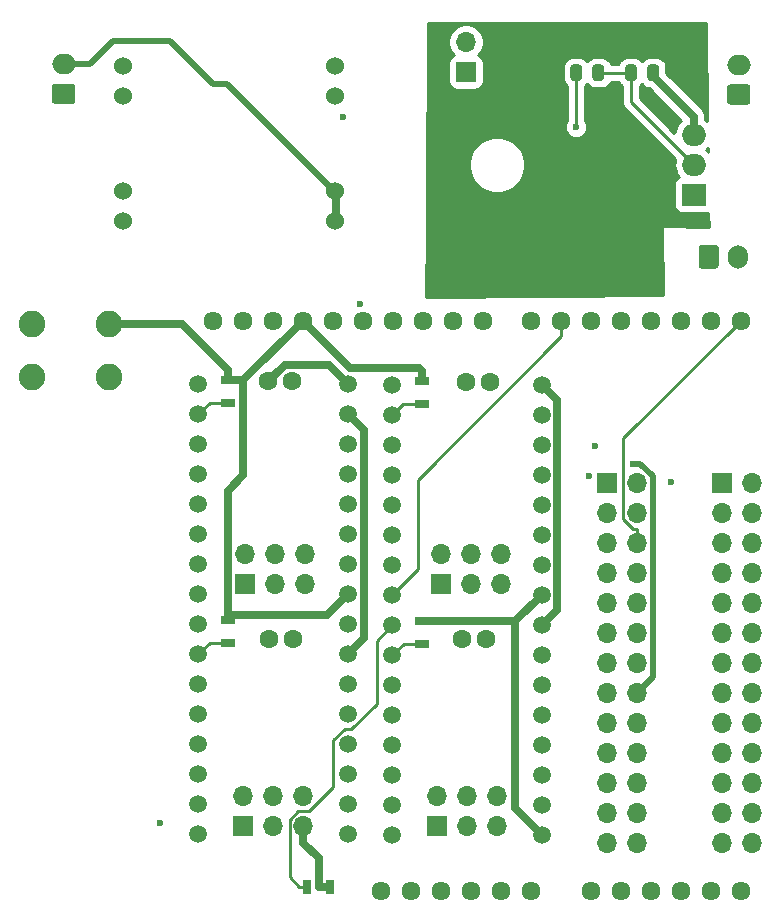
<source format=gtl>
%TF.GenerationSoftware,KiCad,Pcbnew,5.1.6-c6e7f7d~87~ubuntu20.04.1*%
%TF.CreationDate,2021-10-29T23:24:48+02:00*%
%TF.ProjectId,sb-cnc-shield,73622d63-6e63-42d7-9368-69656c642e6b,rev?*%
%TF.SameCoordinates,Original*%
%TF.FileFunction,Copper,L1,Top*%
%TF.FilePolarity,Positive*%
%FSLAX46Y46*%
G04 Gerber Fmt 4.6, Leading zero omitted, Abs format (unit mm)*
G04 Created by KiCad (PCBNEW 5.1.6-c6e7f7d~87~ubuntu20.04.1) date 2021-10-29 23:24:48*
%MOMM*%
%LPD*%
G01*
G04 APERTURE LIST*
%TA.AperFunction,ComponentPad*%
%ADD10O,2.000000X1.700000*%
%TD*%
%TA.AperFunction,ComponentPad*%
%ADD11C,1.610000*%
%TD*%
%TA.AperFunction,ComponentPad*%
%ADD12C,2.250000*%
%TD*%
%TA.AperFunction,ComponentPad*%
%ADD13C,1.510000*%
%TD*%
%TA.AperFunction,SMDPad,CuDef*%
%ADD14R,1.300000X0.700000*%
%TD*%
%TA.AperFunction,SMDPad,CuDef*%
%ADD15R,0.700000X1.300000*%
%TD*%
%TA.AperFunction,ComponentPad*%
%ADD16C,1.600000*%
%TD*%
%TA.AperFunction,ComponentPad*%
%ADD17R,1.700000X1.700000*%
%TD*%
%TA.AperFunction,ComponentPad*%
%ADD18O,1.700000X1.700000*%
%TD*%
%TA.AperFunction,ComponentPad*%
%ADD19R,2.000000X1.905000*%
%TD*%
%TA.AperFunction,ComponentPad*%
%ADD20O,2.000000X1.905000*%
%TD*%
%TA.AperFunction,ComponentPad*%
%ADD21O,1.700000X2.000000*%
%TD*%
%TA.AperFunction,ComponentPad*%
%ADD22C,1.524000*%
%TD*%
%TA.AperFunction,ViaPad*%
%ADD23C,0.600000*%
%TD*%
%TA.AperFunction,Conductor*%
%ADD24C,0.700000*%
%TD*%
%TA.AperFunction,Conductor*%
%ADD25C,0.250000*%
%TD*%
%TA.AperFunction,Conductor*%
%ADD26C,0.500000*%
%TD*%
%TA.AperFunction,NonConductor*%
%ADD27C,0.254000*%
%TD*%
G04 APERTURE END LIST*
%TO.P,pi_5V1,1*%
%TO.N,GND*%
%TA.AperFunction,ComponentPad*%
G36*
G01*
X120790000Y-50583200D02*
X119290000Y-50583200D01*
G75*
G02*
X119040000Y-50333200I0J250000D01*
G01*
X119040000Y-49133200D01*
G75*
G02*
X119290000Y-48883200I250000J0D01*
G01*
X120790000Y-48883200D01*
G75*
G02*
X121040000Y-49133200I0J-250000D01*
G01*
X121040000Y-50333200D01*
G75*
G02*
X120790000Y-50583200I-250000J0D01*
G01*
G37*
%TD.AperFunction*%
D10*
%TO.P,pi_5V1,2*%
%TO.N,5V_pi*%
X120040000Y-47233200D03*
%TD*%
D11*
%TO.P,U1,17*%
%TO.N,SCL*%
X177358000Y-117180000D03*
%TO.P,U1,18*%
%TO.N,SDA*%
X174818000Y-117180000D03*
%TO.P,U1,19*%
%TO.N,laser_cmd*%
X172278000Y-117180000D03*
%TO.P,U1,22*%
%TO.N,O_led*%
X164658000Y-117180000D03*
%TO.P,U1,21*%
%TO.N,O_sig*%
X167198000Y-117180000D03*
%TO.P,U1,20*%
%TO.N,B_led*%
X169738000Y-117180000D03*
%TO.P,U1,23*%
%TO.N,Net-(U1-Pad23)*%
X159578000Y-117180000D03*
%TO.P,U1,24*%
%TO.N,GND*%
X157038000Y-117180000D03*
%TO.P,U1,25*%
X154498000Y-117180000D03*
%TO.P,U1,27*%
%TO.N,+3V3*%
X149418000Y-117180000D03*
%TO.P,U1,28*%
%TO.N,RESET*%
X146878000Y-117180000D03*
%TO.P,U1,1*%
%TO.N,DC*%
X177358000Y-68920000D03*
%TO.P,U1,2*%
%TO.N,res*%
X174818000Y-68920000D03*
%TO.P,U1,3*%
%TO.N,XSTEP*%
X172278000Y-68920000D03*
%TO.P,U1,4*%
%TO.N,YSTEP*%
X169738000Y-68920000D03*
%TO.P,U1,5*%
%TO.N,ZSTEP*%
X167198000Y-68920000D03*
%TO.P,U1,6*%
%TO.N,XDIR*%
X164658000Y-68920000D03*
%TO.P,U1,7*%
%TO.N,YDIR*%
X162118000Y-68920000D03*
%TO.P,U1,8*%
%TO.N,ZDIR*%
X159578000Y-68920000D03*
%TO.P,U1,9*%
%TO.N,EN*%
X155514000Y-68920000D03*
%TO.P,U1,10*%
%TO.N,XLIMIT*%
X152974000Y-68920000D03*
%TO.P,U1,11*%
%TO.N,YLIMIT*%
X150434000Y-68920000D03*
%TO.P,U1,12*%
%TO.N,SPIN_EN*%
X147894000Y-68920000D03*
%TO.P,U1,13*%
%TO.N,ZLIMIT*%
X145354000Y-68920000D03*
%TO.P,U1,14*%
%TO.N,SPIN_DIR*%
X142814000Y-68920000D03*
%TO.P,U1,15*%
%TO.N,GND*%
X140274000Y-68920000D03*
%TO.P,U1,16*%
%TO.N,Net-(U1-Pad16)*%
X137734000Y-68920000D03*
%TO.P,U1,26*%
%TO.N,+5V*%
X151958000Y-117180000D03*
%TO.P,U1,29*%
%TO.N,_SDA_*%
X135194000Y-68920000D03*
%TO.P,U1,30*%
%TO.N,_SCL_*%
X132654000Y-68920000D03*
%TD*%
D12*
%TO.P,SW1,3*%
%TO.N,RESET*%
X117348000Y-73689600D03*
%TO.P,SW1,4*%
X123848000Y-73689600D03*
%TO.P,SW1,1*%
%TO.N,GND*%
X117348000Y-69189600D03*
%TO.P,SW1,2*%
X123848000Y-69189600D03*
%TD*%
D13*
%TO.P,U2,1*%
%TO.N,EN*%
X131445000Y-74295000D03*
%TO.P,U2,2*%
%TO.N,Net-(MSX1-Pad2)*%
X131445000Y-76835000D03*
%TO.P,U2,3*%
%TO.N,Net-(MSX1-Pad4)*%
X131445000Y-79375000D03*
%TO.P,U2,4*%
%TO.N,Net-(MSX1-Pad6)*%
X131445000Y-81915000D03*
%TO.P,U2,5*%
%TO.N,Net-(U2-Pad5)*%
X131445000Y-84455000D03*
%TO.P,U2,6*%
X131445000Y-86995000D03*
%TO.P,U2,7*%
%TO.N,XSTEP*%
X131445000Y-89535000D03*
%TO.P,U2,8*%
%TO.N,XDIR*%
X131445000Y-92075000D03*
%TO.P,U2,9*%
%TO.N,GND*%
X144145000Y-92075000D03*
%TO.P,U2,10*%
%TO.N,+5V*%
X144145000Y-89535000D03*
%TO.P,U2,11*%
%TO.N,x1B*%
X144145000Y-86995000D03*
%TO.P,U2,12*%
%TO.N,x1A*%
X144145000Y-84455000D03*
%TO.P,U2,13*%
%TO.N,x2A*%
X144145000Y-81915000D03*
%TO.P,U2,14*%
%TO.N,x2B*%
X144145000Y-79375000D03*
%TO.P,U2,15*%
%TO.N,GNDA*%
X144145000Y-76835000D03*
%TO.P,U2,16*%
%TO.N,VIN*%
X144145000Y-74295000D03*
%TD*%
%TO.P,U4,1*%
%TO.N,EN*%
X131445000Y-94615000D03*
%TO.P,U4,2*%
%TO.N,Net-(MSZ1-Pad2)*%
X131445000Y-97155000D03*
%TO.P,U4,3*%
%TO.N,Net-(MSZ1-Pad4)*%
X131445000Y-99695000D03*
%TO.P,U4,4*%
%TO.N,Net-(MSZ1-Pad6)*%
X131445000Y-102235000D03*
%TO.P,U4,5*%
%TO.N,Net-(U4-Pad5)*%
X131445000Y-104775000D03*
%TO.P,U4,6*%
X131445000Y-107315000D03*
%TO.P,U4,7*%
%TO.N,ZSTEP*%
X131445000Y-109855000D03*
%TO.P,U4,8*%
%TO.N,ZDIR*%
X131445000Y-112395000D03*
%TO.P,U4,9*%
%TO.N,GND*%
X144145000Y-112395000D03*
%TO.P,U4,10*%
%TO.N,+5V*%
X144145000Y-109855000D03*
%TO.P,U4,11*%
%TO.N,z1B*%
X144145000Y-107315000D03*
%TO.P,U4,12*%
%TO.N,z1A*%
X144145000Y-104775000D03*
%TO.P,U4,13*%
%TO.N,z2A*%
X144145000Y-102235000D03*
%TO.P,U4,14*%
%TO.N,z2B*%
X144145000Y-99695000D03*
%TO.P,U4,15*%
%TO.N,GNDA*%
X144145000Y-97155000D03*
%TO.P,U4,16*%
%TO.N,VIN*%
X144145000Y-94615000D03*
%TD*%
%TO.P,U5,1*%
%TO.N,EN*%
X147879000Y-94691200D03*
%TO.P,U5,2*%
%TO.N,Net-(MSA1-Pad2)*%
X147879000Y-97231200D03*
%TO.P,U5,3*%
%TO.N,Net-(MSA1-Pad4)*%
X147879000Y-99771200D03*
%TO.P,U5,4*%
%TO.N,Net-(MSA1-Pad6)*%
X147879000Y-102311200D03*
%TO.P,U5,5*%
%TO.N,Net-(U5-Pad5)*%
X147879000Y-104851200D03*
%TO.P,U5,6*%
X147879000Y-107391200D03*
%TO.P,U5,7*%
%TO.N,SPIN_EN*%
X147879000Y-109931200D03*
%TO.P,U5,8*%
%TO.N,SPIN_DIR*%
X147879000Y-112471200D03*
%TO.P,U5,9*%
%TO.N,GND*%
X160579000Y-112471200D03*
%TO.P,U5,10*%
%TO.N,+5V*%
X160579000Y-109931200D03*
%TO.P,U5,11*%
%TO.N,a1B*%
X160579000Y-107391200D03*
%TO.P,U5,12*%
%TO.N,a1A*%
X160579000Y-104851200D03*
%TO.P,U5,13*%
%TO.N,a2A*%
X160579000Y-102311200D03*
%TO.P,U5,14*%
%TO.N,a2B*%
X160579000Y-99771200D03*
%TO.P,U5,15*%
%TO.N,GNDA*%
X160579000Y-97231200D03*
%TO.P,U5,16*%
%TO.N,VIN*%
X160579000Y-94691200D03*
%TD*%
%TO.P,U3,1*%
%TO.N,EN*%
X147803000Y-74371200D03*
%TO.P,U3,2*%
%TO.N,Net-(MSY1-Pad2)*%
X147803000Y-76911200D03*
%TO.P,U3,3*%
%TO.N,Net-(MSY1-Pad4)*%
X147803000Y-79451200D03*
%TO.P,U3,4*%
%TO.N,Net-(MSY1-Pad6)*%
X147803000Y-81991200D03*
%TO.P,U3,5*%
%TO.N,Net-(U3-Pad5)*%
X147803000Y-84531200D03*
%TO.P,U3,6*%
X147803000Y-87071200D03*
%TO.P,U3,7*%
%TO.N,YSTEP*%
X147803000Y-89611200D03*
%TO.P,U3,8*%
%TO.N,YDIR*%
X147803000Y-92151200D03*
%TO.P,U3,9*%
%TO.N,GND*%
X160503000Y-92151200D03*
%TO.P,U3,10*%
%TO.N,+5V*%
X160503000Y-89611200D03*
%TO.P,U3,11*%
%TO.N,y1B*%
X160503000Y-87071200D03*
%TO.P,U3,12*%
%TO.N,y1A*%
X160503000Y-84531200D03*
%TO.P,U3,13*%
%TO.N,y2A*%
X160503000Y-81991200D03*
%TO.P,U3,14*%
%TO.N,y2B*%
X160503000Y-79451200D03*
%TO.P,U3,15*%
%TO.N,GNDA*%
X160503000Y-76911200D03*
%TO.P,U3,16*%
%TO.N,VIN*%
X160503000Y-74371200D03*
%TD*%
D14*
%TO.P,R1,1*%
%TO.N,Net-(MSX1-Pad2)*%
X133985000Y-75880000D03*
%TO.P,R1,2*%
%TO.N,GND*%
X133985000Y-73980000D03*
%TD*%
%TO.P,R2,1*%
%TO.N,Net-(MSY1-Pad2)*%
X150343000Y-75956200D03*
%TO.P,R2,2*%
%TO.N,GND*%
X150343000Y-74056200D03*
%TD*%
%TO.P,R3,1*%
%TO.N,Net-(MSZ1-Pad2)*%
X133985000Y-96200000D03*
%TO.P,R3,2*%
%TO.N,GND*%
X133985000Y-94300000D03*
%TD*%
%TO.P,R4,1*%
%TO.N,Net-(MSA1-Pad2)*%
X150419000Y-96276200D03*
%TO.P,R4,2*%
%TO.N,GND*%
X150419000Y-94376200D03*
%TD*%
D15*
%TO.P,R5,1*%
%TO.N,+5V*%
X142555000Y-116891000D03*
%TO.P,R5,2*%
%TO.N,EN*%
X140655000Y-116891000D03*
%TD*%
D16*
%TO.P,C1,1*%
%TO.N,VIN*%
X137368000Y-74046100D03*
%TO.P,C1,2*%
%TO.N,GNDA*%
X139368000Y-74046100D03*
%TD*%
%TO.P,C2,2*%
%TO.N,GNDA*%
X156122000Y-74117200D03*
%TO.P,C2,1*%
%TO.N,VIN*%
X154122000Y-74117200D03*
%TD*%
%TO.P,C3,1*%
%TO.N,VIN*%
X137464000Y-95844400D03*
%TO.P,C3,2*%
%TO.N,GNDA*%
X139464000Y-95844400D03*
%TD*%
%TO.P,C4,2*%
%TO.N,GNDA*%
X155766000Y-95844400D03*
%TO.P,C4,1*%
%TO.N,VIN*%
X153766000Y-95844400D03*
%TD*%
D17*
%TO.P,P10,1*%
%TO.N,VIN*%
X154102000Y-47879000D03*
D18*
%TO.P,P10,2*%
%TO.N,VIN_*%
X154102000Y-45339000D03*
%TD*%
D19*
%TO.P,Q0,1*%
%TO.N,/D*%
X173380000Y-58267600D03*
D20*
%TO.P,Q0,2*%
%TO.N,/G*%
X173380000Y-55727600D03*
%TO.P,Q0,3*%
%TO.N,GND*%
X173380000Y-53187600D03*
%TD*%
%TO.P,R6,2*%
%TO.N,GND*%
%TA.AperFunction,SMDPad,CuDef*%
G36*
G01*
X169462000Y-48386050D02*
X169462000Y-47473550D01*
G75*
G02*
X169705750Y-47229800I243750J0D01*
G01*
X170193250Y-47229800D01*
G75*
G02*
X170437000Y-47473550I0J-243750D01*
G01*
X170437000Y-48386050D01*
G75*
G02*
X170193250Y-48629800I-243750J0D01*
G01*
X169705750Y-48629800D01*
G75*
G02*
X169462000Y-48386050I0J243750D01*
G01*
G37*
%TD.AperFunction*%
%TO.P,R6,1*%
%TO.N,/G*%
%TA.AperFunction,SMDPad,CuDef*%
G36*
G01*
X167587000Y-48386050D02*
X167587000Y-47473550D01*
G75*
G02*
X167830750Y-47229800I243750J0D01*
G01*
X168318250Y-47229800D01*
G75*
G02*
X168562000Y-47473550I0J-243750D01*
G01*
X168562000Y-48386050D01*
G75*
G02*
X168318250Y-48629800I-243750J0D01*
G01*
X167830750Y-48629800D01*
G75*
G02*
X167587000Y-48386050I0J243750D01*
G01*
G37*
%TD.AperFunction*%
%TD*%
%TO.P,R7,1*%
%TO.N,SDA*%
%TA.AperFunction,SMDPad,CuDef*%
G36*
G01*
X162938000Y-48386050D02*
X162938000Y-47473550D01*
G75*
G02*
X163181750Y-47229800I243750J0D01*
G01*
X163669250Y-47229800D01*
G75*
G02*
X163913000Y-47473550I0J-243750D01*
G01*
X163913000Y-48386050D01*
G75*
G02*
X163669250Y-48629800I-243750J0D01*
G01*
X163181750Y-48629800D01*
G75*
G02*
X162938000Y-48386050I0J243750D01*
G01*
G37*
%TD.AperFunction*%
%TO.P,R7,2*%
%TO.N,/G*%
%TA.AperFunction,SMDPad,CuDef*%
G36*
G01*
X164813000Y-48386050D02*
X164813000Y-47473550D01*
G75*
G02*
X165056750Y-47229800I243750J0D01*
G01*
X165544250Y-47229800D01*
G75*
G02*
X165788000Y-47473550I0J-243750D01*
G01*
X165788000Y-48386050D01*
G75*
G02*
X165544250Y-48629800I-243750J0D01*
G01*
X165056750Y-48629800D01*
G75*
G02*
X164813000Y-48386050I0J243750D01*
G01*
G37*
%TD.AperFunction*%
%TD*%
%TO.P,l_pwr1,1*%
%TO.N,GND*%
%TA.AperFunction,ComponentPad*%
G36*
G01*
X177940400Y-50634000D02*
X176440400Y-50634000D01*
G75*
G02*
X176190400Y-50384000I0J250000D01*
G01*
X176190400Y-49184000D01*
G75*
G02*
X176440400Y-48934000I250000J0D01*
G01*
X177940400Y-48934000D01*
G75*
G02*
X178190400Y-49184000I0J-250000D01*
G01*
X178190400Y-50384000D01*
G75*
G02*
X177940400Y-50634000I-250000J0D01*
G01*
G37*
%TD.AperFunction*%
D10*
%TO.P,l_pwr1,2*%
%TO.N,VIN*%
X177190400Y-47284000D03*
%TD*%
D21*
%TO.P,Pump1,2*%
%TO.N,/D*%
X177150000Y-63525400D03*
%TO.P,Pump1,1*%
%TO.N,VIN*%
%TA.AperFunction,ComponentPad*%
G36*
G01*
X173800000Y-64275400D02*
X173800000Y-62775400D01*
G75*
G02*
X174050000Y-62525400I250000J0D01*
G01*
X175250000Y-62525400D01*
G75*
G02*
X175500000Y-62775400I0J-250000D01*
G01*
X175500000Y-64275400D01*
G75*
G02*
X175250000Y-64525400I-250000J0D01*
G01*
X174050000Y-64525400D01*
G75*
G02*
X173800000Y-64275400I0J250000D01*
G01*
G37*
%TD.AperFunction*%
%TD*%
D17*
%TO.P,conn26_1,1*%
%TO.N,+5V*%
X166030000Y-82651600D03*
D18*
%TO.P,conn26_1,2*%
%TO.N,GND*%
X168570000Y-82651600D03*
%TO.P,conn26_1,3*%
%TO.N,_SCL_*%
X166030000Y-85191600D03*
%TO.P,conn26_1,4*%
%TO.N,_SDA_*%
X168570000Y-85191600D03*
%TO.P,conn26_1,5*%
%TO.N,+5V*%
X166030000Y-87731600D03*
%TO.P,conn26_1,6*%
%TO.N,DC*%
X168570000Y-87731600D03*
%TO.P,conn26_1,7*%
%TO.N,res*%
X166030000Y-90271600D03*
%TO.P,conn26_1,8*%
%TO.N,GND*%
X168570000Y-90271600D03*
%TO.P,conn26_1,9*%
%TO.N,y2B*%
X166030000Y-92811600D03*
%TO.P,conn26_1,10*%
%TO.N,x2B*%
X168570000Y-92811600D03*
%TO.P,conn26_1,11*%
%TO.N,y2A*%
X166030000Y-95351600D03*
%TO.P,conn26_1,12*%
%TO.N,x2A*%
X168570000Y-95351600D03*
%TO.P,conn26_1,13*%
%TO.N,y1A*%
X166030000Y-97891600D03*
%TO.P,conn26_1,14*%
%TO.N,x1A*%
X168570000Y-97891600D03*
%TO.P,conn26_1,15*%
%TO.N,y1B*%
X166030000Y-100431600D03*
%TO.P,conn26_1,16*%
%TO.N,x1B*%
X168570000Y-100431600D03*
%TO.P,conn26_1,17*%
%TO.N,a2B*%
X166030000Y-102971600D03*
%TO.P,conn26_1,18*%
%TO.N,z2B*%
X168570000Y-102971600D03*
%TO.P,conn26_1,19*%
%TO.N,a2A*%
X166030000Y-105511600D03*
%TO.P,conn26_1,20*%
%TO.N,z2A*%
X168570000Y-105511600D03*
%TO.P,conn26_1,21*%
%TO.N,a1A*%
X166030000Y-108051600D03*
%TO.P,conn26_1,22*%
%TO.N,z1A*%
X168570000Y-108051600D03*
%TO.P,conn26_1,23*%
%TO.N,a1B*%
X166030000Y-110591600D03*
%TO.P,conn26_1,24*%
%TO.N,z1A*%
X168570000Y-110591600D03*
%TO.P,conn26_1,25*%
%TO.N,Net-(conn26_1-Pad25)*%
X166030000Y-113131600D03*
%TO.P,conn26_1,26*%
%TO.N,Net-(conn26_1-Pad26)*%
X168570000Y-113131600D03*
%TD*%
D17*
%TO.P,conn26_0,1*%
%TO.N,ZLIMIT*%
X175743000Y-82651600D03*
D18*
%TO.P,conn26_0,2*%
%TO.N,GND*%
X178283000Y-82651600D03*
%TO.P,conn26_0,3*%
%TO.N,ZLIMIT*%
X175743000Y-85191600D03*
%TO.P,conn26_0,4*%
%TO.N,GND*%
X178283000Y-85191600D03*
%TO.P,conn26_0,5*%
%TO.N,YLIMIT*%
X175743000Y-87731600D03*
%TO.P,conn26_0,6*%
%TO.N,GND*%
X178283000Y-87731600D03*
%TO.P,conn26_0,7*%
%TO.N,YLIMIT*%
X175743000Y-90271600D03*
%TO.P,conn26_0,8*%
%TO.N,GND*%
X178283000Y-90271600D03*
%TO.P,conn26_0,9*%
%TO.N,XLIMIT*%
X175743000Y-92811600D03*
%TO.P,conn26_0,10*%
%TO.N,GND*%
X178283000Y-92811600D03*
%TO.P,conn26_0,11*%
%TO.N,XLIMIT*%
X175743000Y-95351600D03*
%TO.P,conn26_0,12*%
%TO.N,GND*%
X178283000Y-95351600D03*
%TO.P,conn26_0,13*%
%TO.N,SPIN_EN*%
X175743000Y-97891600D03*
%TO.P,conn26_0,14*%
%TO.N,GND*%
X178283000Y-97891600D03*
%TO.P,conn26_0,15*%
%TO.N,SPIN_DIR*%
X175743000Y-100431600D03*
%TO.P,conn26_0,16*%
%TO.N,GND*%
X178283000Y-100431600D03*
%TO.P,conn26_0,17*%
%TO.N,laser_cmd*%
X175743000Y-102971600D03*
%TO.P,conn26_0,18*%
%TO.N,GND*%
X178283000Y-102971600D03*
%TO.P,conn26_0,19*%
%TO.N,O_led*%
X175743000Y-105511600D03*
%TO.P,conn26_0,20*%
%TO.N,GND*%
X178283000Y-105511600D03*
%TO.P,conn26_0,21*%
%TO.N,O_sig*%
X175743000Y-108051600D03*
%TO.P,conn26_0,22*%
%TO.N,GND*%
X178283000Y-108051600D03*
%TO.P,conn26_0,23*%
%TO.N,B_led*%
X175743000Y-110591600D03*
%TO.P,conn26_0,24*%
%TO.N,GND*%
X178283000Y-110591600D03*
%TO.P,conn26_0,25*%
%TO.N,RESET*%
X175743000Y-113131600D03*
%TO.P,conn26_0,26*%
%TO.N,GND*%
X178283000Y-113131600D03*
%TD*%
D17*
%TO.P,MSA1,1*%
%TO.N,+5V*%
X151613000Y-111709000D03*
D18*
%TO.P,MSA1,2*%
%TO.N,Net-(MSA1-Pad2)*%
X151613000Y-109169000D03*
%TO.P,MSA1,3*%
%TO.N,+5V*%
X154153000Y-111709000D03*
%TO.P,MSA1,4*%
%TO.N,Net-(MSA1-Pad4)*%
X154153000Y-109169000D03*
%TO.P,MSA1,5*%
%TO.N,+5V*%
X156693000Y-111709000D03*
%TO.P,MSA1,6*%
%TO.N,Net-(MSA1-Pad6)*%
X156693000Y-109169000D03*
%TD*%
D17*
%TO.P,MSY1,1*%
%TO.N,+5V*%
X151968000Y-91211400D03*
D18*
%TO.P,MSY1,2*%
%TO.N,Net-(MSY1-Pad2)*%
X151968000Y-88671400D03*
%TO.P,MSY1,3*%
%TO.N,+5V*%
X154508000Y-91211400D03*
%TO.P,MSY1,4*%
%TO.N,Net-(MSY1-Pad4)*%
X154508000Y-88671400D03*
%TO.P,MSY1,5*%
%TO.N,+5V*%
X157048000Y-91211400D03*
%TO.P,MSY1,6*%
%TO.N,Net-(MSY1-Pad6)*%
X157048000Y-88671400D03*
%TD*%
%TO.P,MSZ1,6*%
%TO.N,Net-(MSZ1-Pad6)*%
X140335000Y-109195000D03*
%TO.P,MSZ1,5*%
%TO.N,+5V*%
X140335000Y-111735000D03*
%TO.P,MSZ1,4*%
%TO.N,Net-(MSZ1-Pad4)*%
X137795000Y-109195000D03*
%TO.P,MSZ1,3*%
%TO.N,+5V*%
X137795000Y-111735000D03*
%TO.P,MSZ1,2*%
%TO.N,Net-(MSZ1-Pad2)*%
X135255000Y-109195000D03*
D17*
%TO.P,MSZ1,1*%
%TO.N,+5V*%
X135255000Y-111735000D03*
%TD*%
%TO.P,MSX1,1*%
%TO.N,+5V*%
X135357000Y-91211400D03*
D18*
%TO.P,MSX1,2*%
%TO.N,Net-(MSX1-Pad2)*%
X135357000Y-88671400D03*
%TO.P,MSX1,3*%
%TO.N,+5V*%
X137897000Y-91211400D03*
%TO.P,MSX1,4*%
%TO.N,Net-(MSX1-Pad4)*%
X137897000Y-88671400D03*
%TO.P,MSX1,5*%
%TO.N,+5V*%
X140437000Y-91211400D03*
%TO.P,MSX1,6*%
%TO.N,Net-(MSX1-Pad6)*%
X140437000Y-88671400D03*
%TD*%
D22*
%TO.P,MP1584EN_DC-DC1,8*%
%TO.N,GND*%
X143035800Y-47384200D03*
%TO.P,MP1584EN_DC-DC1,7*%
X143035800Y-49924200D03*
%TO.P,MP1584EN_DC-DC1,6*%
%TO.N,5V_pi*%
X143035800Y-57924200D03*
%TO.P,MP1584EN_DC-DC1,5*%
X143035800Y-60464200D03*
%TO.P,MP1584EN_DC-DC1,4*%
%TO.N,VIN*%
X125035800Y-57924200D03*
%TO.P,MP1584EN_DC-DC1,3*%
X125035800Y-60464200D03*
%TO.P,MP1584EN_DC-DC1,2*%
%TO.N,GND*%
X125035800Y-49924200D03*
%TO.P,MP1584EN_DC-DC1,1*%
X125035800Y-47384200D03*
%TD*%
D23*
%TO.N,GND*%
X143687600Y-51714200D03*
%TO.N,ZSTEP*%
X164514800Y-82055400D03*
%TO.N,ZDIR*%
X145138200Y-67535000D03*
%TO.N,SDA*%
X163425500Y-52551200D03*
%TO.N,VIN_*%
X128168300Y-111430000D03*
%TO.N,x2B*%
X171444000Y-82573400D03*
%TO.N,x1A*%
X165020400Y-79564200D03*
%TO.N,x1B*%
X168213000Y-81031800D03*
%TD*%
D24*
%TO.N,+5V*%
X140335000Y-111735000D02*
X140335000Y-113135300D01*
X142555000Y-116891000D02*
X141654700Y-116891000D01*
X140335000Y-113135300D02*
X141654700Y-114455000D01*
X141654700Y-114455000D02*
X141654700Y-116891000D01*
%TO.N,GND*%
X133985000Y-73980000D02*
X133985000Y-73079700D01*
X133985000Y-73079700D02*
X130094900Y-69189600D01*
X130094900Y-69189600D02*
X123848000Y-69189600D01*
X133985000Y-73980000D02*
X135214000Y-73980000D01*
X140274000Y-68920000D02*
X144315000Y-72961000D01*
X144315000Y-72961000D02*
X150148100Y-72961000D01*
X150148100Y-72961000D02*
X150343000Y-73155900D01*
X150343000Y-74056200D02*
X150343000Y-73155900D01*
X135214000Y-73980000D02*
X140274000Y-68920000D01*
X135214000Y-73980000D02*
X135214000Y-82025700D01*
X135214000Y-82025700D02*
X133927900Y-83311800D01*
X133927900Y-83311800D02*
X133927900Y-93342600D01*
X133927900Y-93342600D02*
X133985000Y-93399700D01*
X133985000Y-93849800D02*
X142370200Y-93849800D01*
X142370200Y-93849800D02*
X144145000Y-92075000D01*
X133985000Y-93849800D02*
X133985000Y-93399700D01*
X133985000Y-94300000D02*
X133985000Y-93849800D01*
X173380000Y-53187600D02*
X173380000Y-51684800D01*
X173380000Y-51684800D02*
X169949500Y-48254300D01*
X169949500Y-48254300D02*
X169949500Y-47929800D01*
X158278000Y-94376200D02*
X160503000Y-92151200D01*
X150419000Y-94376200D02*
X158278000Y-94376200D01*
X158278000Y-94376200D02*
X158278000Y-110170200D01*
X158278000Y-110170200D02*
X160579000Y-112471200D01*
D25*
%TO.N,EN*%
X140655000Y-116891000D02*
X139979700Y-116891000D01*
X139979700Y-116891000D02*
X139159600Y-116070900D01*
X139159600Y-116070900D02*
X139159600Y-111209400D01*
X139159600Y-111209400D02*
X139904000Y-110465000D01*
X139904000Y-110465000D02*
X140796900Y-110465000D01*
X140796900Y-110465000D02*
X142857100Y-108404800D01*
X142857100Y-108404800D02*
X142857100Y-104466400D01*
X142857100Y-104466400D02*
X143818500Y-103505000D01*
X143818500Y-103505000D02*
X144407600Y-103505000D01*
X144407600Y-103505000D02*
X146542600Y-101370000D01*
X146542600Y-101370000D02*
X146542600Y-96027600D01*
X146542600Y-96027600D02*
X147879000Y-94691200D01*
D24*
%TO.N,VIN*%
X160503000Y-74371200D02*
X161813600Y-75681800D01*
X161813600Y-75681800D02*
X161813600Y-93456600D01*
X161813600Y-93456600D02*
X160579000Y-94691200D01*
X144145000Y-74295000D02*
X142515600Y-72665600D01*
X142515600Y-72665600D02*
X138748500Y-72665600D01*
X138748500Y-72665600D02*
X137368000Y-74046100D01*
D25*
%TO.N,YDIR*%
X147803000Y-92151200D02*
X149997300Y-89956900D01*
X149997300Y-89956900D02*
X149997300Y-82381700D01*
X149997300Y-82381700D02*
X162118000Y-70261000D01*
X162118000Y-70261000D02*
X162118000Y-68920000D01*
%TO.N,SDA*%
X163425500Y-47929800D02*
X163425500Y-52551200D01*
D24*
%TO.N,GNDA*%
X144145000Y-76835000D02*
X145466500Y-78156500D01*
X145466500Y-78156500D02*
X145466500Y-95833500D01*
X145466500Y-95833500D02*
X144145000Y-97155000D01*
D25*
%TO.N,DC*%
X168570000Y-87731600D02*
X168570000Y-86556300D01*
X168570000Y-86556300D02*
X168202600Y-86556300D01*
X168202600Y-86556300D02*
X167394700Y-85748400D01*
X167394700Y-85748400D02*
X167394700Y-78883300D01*
X167394700Y-78883300D02*
X177358000Y-68920000D01*
%TO.N,/G*%
X168074500Y-47929800D02*
X168074500Y-50422100D01*
X168074500Y-50422100D02*
X173380000Y-55727600D01*
X168074500Y-47929800D02*
X165300500Y-47929800D01*
D26*
%TO.N,5V_pi*%
X120040000Y-47233200D02*
X122286400Y-47233200D01*
X122286400Y-47233200D02*
X124231400Y-45288200D01*
X124231400Y-45288200D02*
X129057400Y-45288200D01*
X129057400Y-45288200D02*
X132689600Y-48920400D01*
X133905000Y-48920400D02*
X142582600Y-57598000D01*
X132689600Y-48920400D02*
X133905000Y-48920400D01*
D24*
X143086600Y-60214200D02*
X143086600Y-57674200D01*
D26*
%TO.N,x1B*%
X168570000Y-100431600D02*
X169913400Y-99088200D01*
X169913400Y-99088200D02*
X169913400Y-82124300D01*
X169913400Y-82124300D02*
X168820900Y-81031800D01*
X168820900Y-81031800D02*
X168213000Y-81031800D01*
D25*
%TO.N,Net-(MSA1-Pad2)*%
X150419000Y-96276200D02*
X148834000Y-96276200D01*
X148834000Y-96276200D02*
X147879000Y-97231200D01*
%TO.N,Net-(MSX1-Pad2)*%
X133985000Y-75880000D02*
X132400000Y-75880000D01*
X132400000Y-75880000D02*
X131445000Y-76835000D01*
%TO.N,Net-(MSY1-Pad2)*%
X150343000Y-75956200D02*
X148758000Y-75956200D01*
X148758000Y-75956200D02*
X147803000Y-76911200D01*
%TO.N,Net-(MSZ1-Pad2)*%
X133985000Y-96200000D02*
X132400000Y-96200000D01*
X132400000Y-96200000D02*
X131445000Y-97155000D01*
%TD*%
D27*
G36*
X174428249Y-43761442D02*
G01*
X174534109Y-52042112D01*
X174365000Y-51903327D01*
X174365000Y-51733180D01*
X174369765Y-51684800D01*
X174350747Y-51491706D01*
X174294424Y-51306033D01*
X174202960Y-51134916D01*
X174110710Y-51022509D01*
X174079870Y-50984930D01*
X174042290Y-50954089D01*
X171075072Y-47986872D01*
X171075072Y-47473550D01*
X171058128Y-47301515D01*
X171007947Y-47136091D01*
X170926458Y-46983636D01*
X170816792Y-46850008D01*
X170683164Y-46740342D01*
X170530709Y-46658853D01*
X170365285Y-46608672D01*
X170193250Y-46591728D01*
X169705750Y-46591728D01*
X169533715Y-46608672D01*
X169368291Y-46658853D01*
X169215836Y-46740342D01*
X169082208Y-46850008D01*
X169012000Y-46935556D01*
X168941792Y-46850008D01*
X168808164Y-46740342D01*
X168655709Y-46658853D01*
X168490285Y-46608672D01*
X168318250Y-46591728D01*
X167830750Y-46591728D01*
X167658715Y-46608672D01*
X167493291Y-46658853D01*
X167340836Y-46740342D01*
X167207208Y-46850008D01*
X167097542Y-46983636D01*
X167016053Y-47136091D01*
X167005827Y-47169800D01*
X166369173Y-47169800D01*
X166358947Y-47136091D01*
X166277458Y-46983636D01*
X166167792Y-46850008D01*
X166034164Y-46740342D01*
X165881709Y-46658853D01*
X165716285Y-46608672D01*
X165544250Y-46591728D01*
X165056750Y-46591728D01*
X164884715Y-46608672D01*
X164719291Y-46658853D01*
X164566836Y-46740342D01*
X164433208Y-46850008D01*
X164363000Y-46935556D01*
X164292792Y-46850008D01*
X164159164Y-46740342D01*
X164006709Y-46658853D01*
X163841285Y-46608672D01*
X163669250Y-46591728D01*
X163181750Y-46591728D01*
X163009715Y-46608672D01*
X162844291Y-46658853D01*
X162691836Y-46740342D01*
X162558208Y-46850008D01*
X162448542Y-46983636D01*
X162367053Y-47136091D01*
X162316872Y-47301515D01*
X162299928Y-47473550D01*
X162299928Y-48386050D01*
X162316872Y-48558085D01*
X162367053Y-48723509D01*
X162448542Y-48875964D01*
X162558208Y-49009592D01*
X162665500Y-49097645D01*
X162665501Y-52005663D01*
X162596914Y-52108311D01*
X162526432Y-52278471D01*
X162490500Y-52459111D01*
X162490500Y-52643289D01*
X162526432Y-52823929D01*
X162596914Y-52994089D01*
X162699238Y-53147228D01*
X162829472Y-53277462D01*
X162982611Y-53379786D01*
X163152771Y-53450268D01*
X163333411Y-53486200D01*
X163517589Y-53486200D01*
X163698229Y-53450268D01*
X163868389Y-53379786D01*
X164021528Y-53277462D01*
X164151762Y-53147228D01*
X164254086Y-52994089D01*
X164324568Y-52823929D01*
X164360500Y-52643289D01*
X164360500Y-52459111D01*
X164324568Y-52278471D01*
X164254086Y-52108311D01*
X164185500Y-52005665D01*
X164185500Y-49097645D01*
X164292792Y-49009592D01*
X164363000Y-48924044D01*
X164433208Y-49009592D01*
X164566836Y-49119258D01*
X164719291Y-49200747D01*
X164884715Y-49250928D01*
X165056750Y-49267872D01*
X165544250Y-49267872D01*
X165716285Y-49250928D01*
X165881709Y-49200747D01*
X166034164Y-49119258D01*
X166167792Y-49009592D01*
X166277458Y-48875964D01*
X166358947Y-48723509D01*
X166369173Y-48689800D01*
X167005827Y-48689800D01*
X167016053Y-48723509D01*
X167097542Y-48875964D01*
X167207208Y-49009592D01*
X167314500Y-49097645D01*
X167314501Y-50384768D01*
X167310824Y-50422100D01*
X167325498Y-50571085D01*
X167368954Y-50714346D01*
X167439526Y-50846376D01*
X167510701Y-50933102D01*
X167534500Y-50962101D01*
X167563498Y-50985899D01*
X171820576Y-55242978D01*
X171767970Y-55416396D01*
X171737319Y-55727600D01*
X171767970Y-56038804D01*
X171858745Y-56338049D01*
X172006155Y-56613835D01*
X172109446Y-56739695D01*
X172025506Y-56784563D01*
X171928815Y-56863915D01*
X171849463Y-56960606D01*
X171790498Y-57070920D01*
X171754188Y-57190618D01*
X171741928Y-57315100D01*
X171741928Y-59220100D01*
X171754188Y-59344582D01*
X171790498Y-59464280D01*
X171849463Y-59574594D01*
X171928815Y-59671285D01*
X172025506Y-59750637D01*
X172135820Y-59809602D01*
X172255518Y-59845912D01*
X172380000Y-59858172D01*
X174380000Y-59858172D01*
X174504482Y-59845912D01*
X174624180Y-59809602D01*
X174633347Y-59804702D01*
X174648734Y-61008318D01*
X170792026Y-60934623D01*
X170767208Y-60936590D01*
X170743250Y-60943360D01*
X170721073Y-60954675D01*
X170701529Y-60970098D01*
X170685371Y-60989038D01*
X170673217Y-61010766D01*
X170665536Y-61034448D01*
X170662630Y-61064372D01*
X170786825Y-66752491D01*
X150725841Y-66953101D01*
X150825181Y-61216199D01*
X150825199Y-61214358D01*
X150841316Y-55492698D01*
X154335000Y-55492698D01*
X154335000Y-55962502D01*
X154426654Y-56423279D01*
X154606440Y-56857321D01*
X154867450Y-57247949D01*
X155199651Y-57580150D01*
X155590279Y-57841160D01*
X156024321Y-58020946D01*
X156485098Y-58112600D01*
X156954902Y-58112600D01*
X157415679Y-58020946D01*
X157849721Y-57841160D01*
X158240349Y-57580150D01*
X158572550Y-57247949D01*
X158833560Y-56857321D01*
X159013346Y-56423279D01*
X159105000Y-55962502D01*
X159105000Y-55492698D01*
X159013346Y-55031921D01*
X158833560Y-54597879D01*
X158572550Y-54207251D01*
X158240349Y-53875050D01*
X157849721Y-53614040D01*
X157415679Y-53434254D01*
X156954902Y-53342600D01*
X156485098Y-53342600D01*
X156024321Y-53434254D01*
X155590279Y-53614040D01*
X155199651Y-53875050D01*
X154867450Y-54207251D01*
X154606440Y-54597879D01*
X154426654Y-55031921D01*
X154335000Y-55492698D01*
X150841316Y-55492698D01*
X150865157Y-47029000D01*
X152613928Y-47029000D01*
X152613928Y-48729000D01*
X152626188Y-48853482D01*
X152662498Y-48973180D01*
X152721463Y-49083494D01*
X152800815Y-49180185D01*
X152897506Y-49259537D01*
X153007820Y-49318502D01*
X153127518Y-49354812D01*
X153252000Y-49367072D01*
X154952000Y-49367072D01*
X155076482Y-49354812D01*
X155196180Y-49318502D01*
X155306494Y-49259537D01*
X155403185Y-49180185D01*
X155482537Y-49083494D01*
X155541502Y-48973180D01*
X155577812Y-48853482D01*
X155590072Y-48729000D01*
X155590072Y-47029000D01*
X155577812Y-46904518D01*
X155541502Y-46784820D01*
X155482537Y-46674506D01*
X155403185Y-46577815D01*
X155306494Y-46498463D01*
X155196180Y-46439498D01*
X155123620Y-46417487D01*
X155255475Y-46285632D01*
X155417990Y-46042411D01*
X155529932Y-45772158D01*
X155587000Y-45485260D01*
X155587000Y-45192740D01*
X155529932Y-44905842D01*
X155417990Y-44635589D01*
X155255475Y-44392368D01*
X155048632Y-44185525D01*
X154805411Y-44023010D01*
X154535158Y-43911068D01*
X154248260Y-43854000D01*
X153955740Y-43854000D01*
X153668842Y-43911068D01*
X153398589Y-44023010D01*
X153155368Y-44185525D01*
X152948525Y-44392368D01*
X152786010Y-44635589D01*
X152674068Y-44905842D01*
X152617000Y-45192740D01*
X152617000Y-45485260D01*
X152674068Y-45772158D01*
X152786010Y-46042411D01*
X152948525Y-46285632D01*
X153080380Y-46417487D01*
X153007820Y-46439498D01*
X152897506Y-46498463D01*
X152800815Y-46577815D01*
X152721463Y-46674506D01*
X152662498Y-46784820D01*
X152626188Y-46904518D01*
X152613928Y-47029000D01*
X150865157Y-47029000D01*
X150874388Y-43752259D01*
X174428249Y-43761442D01*
G37*
X174428249Y-43761442D02*
X174534109Y-52042112D01*
X174365000Y-51903327D01*
X174365000Y-51733180D01*
X174369765Y-51684800D01*
X174350747Y-51491706D01*
X174294424Y-51306033D01*
X174202960Y-51134916D01*
X174110710Y-51022509D01*
X174079870Y-50984930D01*
X174042290Y-50954089D01*
X171075072Y-47986872D01*
X171075072Y-47473550D01*
X171058128Y-47301515D01*
X171007947Y-47136091D01*
X170926458Y-46983636D01*
X170816792Y-46850008D01*
X170683164Y-46740342D01*
X170530709Y-46658853D01*
X170365285Y-46608672D01*
X170193250Y-46591728D01*
X169705750Y-46591728D01*
X169533715Y-46608672D01*
X169368291Y-46658853D01*
X169215836Y-46740342D01*
X169082208Y-46850008D01*
X169012000Y-46935556D01*
X168941792Y-46850008D01*
X168808164Y-46740342D01*
X168655709Y-46658853D01*
X168490285Y-46608672D01*
X168318250Y-46591728D01*
X167830750Y-46591728D01*
X167658715Y-46608672D01*
X167493291Y-46658853D01*
X167340836Y-46740342D01*
X167207208Y-46850008D01*
X167097542Y-46983636D01*
X167016053Y-47136091D01*
X167005827Y-47169800D01*
X166369173Y-47169800D01*
X166358947Y-47136091D01*
X166277458Y-46983636D01*
X166167792Y-46850008D01*
X166034164Y-46740342D01*
X165881709Y-46658853D01*
X165716285Y-46608672D01*
X165544250Y-46591728D01*
X165056750Y-46591728D01*
X164884715Y-46608672D01*
X164719291Y-46658853D01*
X164566836Y-46740342D01*
X164433208Y-46850008D01*
X164363000Y-46935556D01*
X164292792Y-46850008D01*
X164159164Y-46740342D01*
X164006709Y-46658853D01*
X163841285Y-46608672D01*
X163669250Y-46591728D01*
X163181750Y-46591728D01*
X163009715Y-46608672D01*
X162844291Y-46658853D01*
X162691836Y-46740342D01*
X162558208Y-46850008D01*
X162448542Y-46983636D01*
X162367053Y-47136091D01*
X162316872Y-47301515D01*
X162299928Y-47473550D01*
X162299928Y-48386050D01*
X162316872Y-48558085D01*
X162367053Y-48723509D01*
X162448542Y-48875964D01*
X162558208Y-49009592D01*
X162665500Y-49097645D01*
X162665501Y-52005663D01*
X162596914Y-52108311D01*
X162526432Y-52278471D01*
X162490500Y-52459111D01*
X162490500Y-52643289D01*
X162526432Y-52823929D01*
X162596914Y-52994089D01*
X162699238Y-53147228D01*
X162829472Y-53277462D01*
X162982611Y-53379786D01*
X163152771Y-53450268D01*
X163333411Y-53486200D01*
X163517589Y-53486200D01*
X163698229Y-53450268D01*
X163868389Y-53379786D01*
X164021528Y-53277462D01*
X164151762Y-53147228D01*
X164254086Y-52994089D01*
X164324568Y-52823929D01*
X164360500Y-52643289D01*
X164360500Y-52459111D01*
X164324568Y-52278471D01*
X164254086Y-52108311D01*
X164185500Y-52005665D01*
X164185500Y-49097645D01*
X164292792Y-49009592D01*
X164363000Y-48924044D01*
X164433208Y-49009592D01*
X164566836Y-49119258D01*
X164719291Y-49200747D01*
X164884715Y-49250928D01*
X165056750Y-49267872D01*
X165544250Y-49267872D01*
X165716285Y-49250928D01*
X165881709Y-49200747D01*
X166034164Y-49119258D01*
X166167792Y-49009592D01*
X166277458Y-48875964D01*
X166358947Y-48723509D01*
X166369173Y-48689800D01*
X167005827Y-48689800D01*
X167016053Y-48723509D01*
X167097542Y-48875964D01*
X167207208Y-49009592D01*
X167314500Y-49097645D01*
X167314501Y-50384768D01*
X167310824Y-50422100D01*
X167325498Y-50571085D01*
X167368954Y-50714346D01*
X167439526Y-50846376D01*
X167510701Y-50933102D01*
X167534500Y-50962101D01*
X167563498Y-50985899D01*
X171820576Y-55242978D01*
X171767970Y-55416396D01*
X171737319Y-55727600D01*
X171767970Y-56038804D01*
X171858745Y-56338049D01*
X172006155Y-56613835D01*
X172109446Y-56739695D01*
X172025506Y-56784563D01*
X171928815Y-56863915D01*
X171849463Y-56960606D01*
X171790498Y-57070920D01*
X171754188Y-57190618D01*
X171741928Y-57315100D01*
X171741928Y-59220100D01*
X171754188Y-59344582D01*
X171790498Y-59464280D01*
X171849463Y-59574594D01*
X171928815Y-59671285D01*
X172025506Y-59750637D01*
X172135820Y-59809602D01*
X172255518Y-59845912D01*
X172380000Y-59858172D01*
X174380000Y-59858172D01*
X174504482Y-59845912D01*
X174624180Y-59809602D01*
X174633347Y-59804702D01*
X174648734Y-61008318D01*
X170792026Y-60934623D01*
X170767208Y-60936590D01*
X170743250Y-60943360D01*
X170721073Y-60954675D01*
X170701529Y-60970098D01*
X170685371Y-60989038D01*
X170673217Y-61010766D01*
X170665536Y-61034448D01*
X170662630Y-61064372D01*
X170786825Y-66752491D01*
X150725841Y-66953101D01*
X150825181Y-61216199D01*
X150825199Y-61214358D01*
X150841316Y-55492698D01*
X154335000Y-55492698D01*
X154335000Y-55962502D01*
X154426654Y-56423279D01*
X154606440Y-56857321D01*
X154867450Y-57247949D01*
X155199651Y-57580150D01*
X155590279Y-57841160D01*
X156024321Y-58020946D01*
X156485098Y-58112600D01*
X156954902Y-58112600D01*
X157415679Y-58020946D01*
X157849721Y-57841160D01*
X158240349Y-57580150D01*
X158572550Y-57247949D01*
X158833560Y-56857321D01*
X159013346Y-56423279D01*
X159105000Y-55962502D01*
X159105000Y-55492698D01*
X159013346Y-55031921D01*
X158833560Y-54597879D01*
X158572550Y-54207251D01*
X158240349Y-53875050D01*
X157849721Y-53614040D01*
X157415679Y-53434254D01*
X156954902Y-53342600D01*
X156485098Y-53342600D01*
X156024321Y-53434254D01*
X155590279Y-53614040D01*
X155199651Y-53875050D01*
X154867450Y-54207251D01*
X154606440Y-54597879D01*
X154426654Y-55031921D01*
X154335000Y-55492698D01*
X150841316Y-55492698D01*
X150865157Y-47029000D01*
X152613928Y-47029000D01*
X152613928Y-48729000D01*
X152626188Y-48853482D01*
X152662498Y-48973180D01*
X152721463Y-49083494D01*
X152800815Y-49180185D01*
X152897506Y-49259537D01*
X153007820Y-49318502D01*
X153127518Y-49354812D01*
X153252000Y-49367072D01*
X154952000Y-49367072D01*
X155076482Y-49354812D01*
X155196180Y-49318502D01*
X155306494Y-49259537D01*
X155403185Y-49180185D01*
X155482537Y-49083494D01*
X155541502Y-48973180D01*
X155577812Y-48853482D01*
X155590072Y-48729000D01*
X155590072Y-47029000D01*
X155577812Y-46904518D01*
X155541502Y-46784820D01*
X155482537Y-46674506D01*
X155403185Y-46577815D01*
X155306494Y-46498463D01*
X155196180Y-46439498D01*
X155123620Y-46417487D01*
X155255475Y-46285632D01*
X155417990Y-46042411D01*
X155529932Y-45772158D01*
X155587000Y-45485260D01*
X155587000Y-45192740D01*
X155529932Y-44905842D01*
X155417990Y-44635589D01*
X155255475Y-44392368D01*
X155048632Y-44185525D01*
X154805411Y-44023010D01*
X154535158Y-43911068D01*
X154248260Y-43854000D01*
X153955740Y-43854000D01*
X153668842Y-43911068D01*
X153398589Y-44023010D01*
X153155368Y-44185525D01*
X152948525Y-44392368D01*
X152786010Y-44635589D01*
X152674068Y-44905842D01*
X152617000Y-45192740D01*
X152617000Y-45485260D01*
X152674068Y-45772158D01*
X152786010Y-46042411D01*
X152948525Y-46285632D01*
X153080380Y-46417487D01*
X153007820Y-46439498D01*
X152897506Y-46498463D01*
X152800815Y-46577815D01*
X152721463Y-46674506D01*
X152662498Y-46784820D01*
X152626188Y-46904518D01*
X152613928Y-47029000D01*
X150865157Y-47029000D01*
X150874388Y-43752259D01*
X174428249Y-43761442D01*
G36*
X174566984Y-54613676D02*
G01*
X174555463Y-54599637D01*
X174382391Y-54457600D01*
X174555463Y-54315563D01*
X174563055Y-54306312D01*
X174566984Y-54613676D01*
G37*
X174566984Y-54613676D02*
X174555463Y-54599637D01*
X174382391Y-54457600D01*
X174555463Y-54315563D01*
X174563055Y-54306312D01*
X174566984Y-54613676D01*
G36*
X169082208Y-49009592D02*
G01*
X169215836Y-49119258D01*
X169368291Y-49200747D01*
X169533715Y-49250928D01*
X169555249Y-49253049D01*
X172290933Y-51988734D01*
X172204537Y-52059637D01*
X172006155Y-52301365D01*
X171858745Y-52577151D01*
X171767970Y-52876396D01*
X171753232Y-53026031D01*
X168834500Y-50107299D01*
X168834500Y-49097645D01*
X168941792Y-49009592D01*
X169012000Y-48924044D01*
X169082208Y-49009592D01*
G37*
X169082208Y-49009592D02*
X169215836Y-49119258D01*
X169368291Y-49200747D01*
X169533715Y-49250928D01*
X169555249Y-49253049D01*
X172290933Y-51988734D01*
X172204537Y-52059637D01*
X172006155Y-52301365D01*
X171858745Y-52577151D01*
X171767970Y-52876396D01*
X171753232Y-53026031D01*
X168834500Y-50107299D01*
X168834500Y-49097645D01*
X168941792Y-49009592D01*
X169012000Y-48924044D01*
X169082208Y-49009592D01*
M02*

</source>
